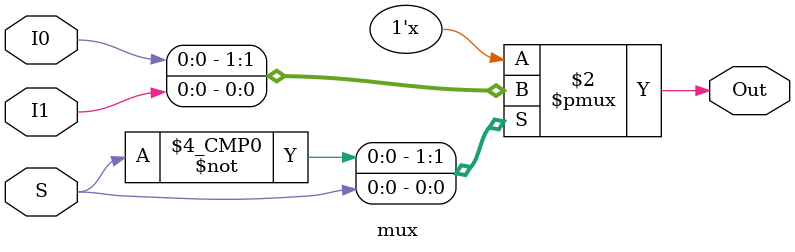
<source format=v>
`timescale 1ns / 1ps
module mux(
    input I0,
    input I1,
    input  S,
    output reg Out
	 
    );
	 always @ (S or I0 or I1)
	 begin
	 case (S)
	 1'b0:Out=I0;
	 1'b1:Out=I1;
	 
	 endcase
    end
endmodule

</source>
